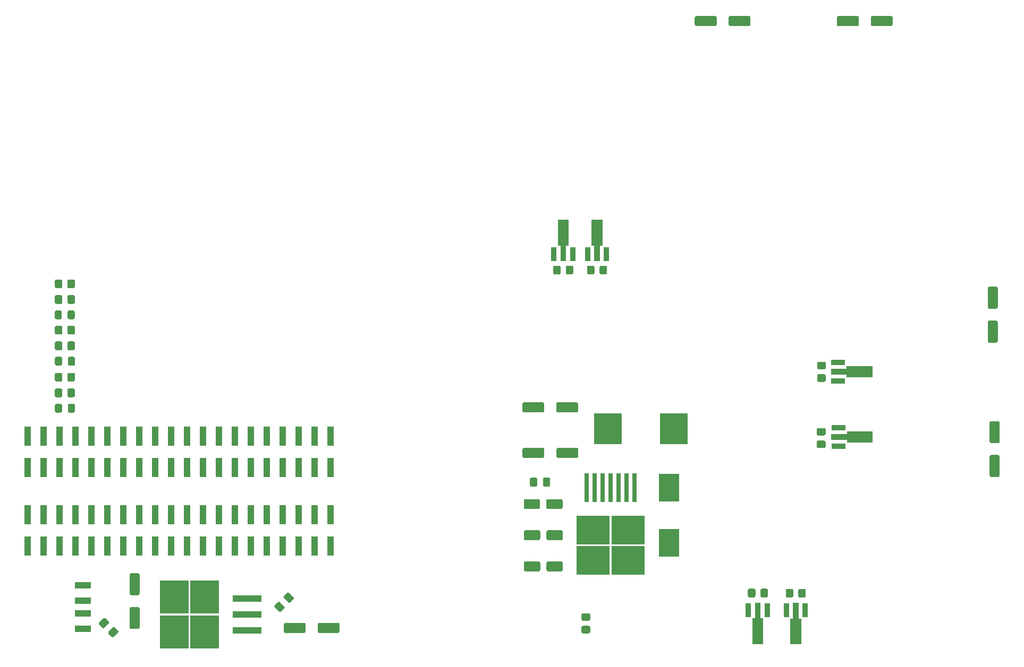
<source format=gbr>
G04 #@! TF.GenerationSoftware,KiCad,Pcbnew,(5.1.9)-1*
G04 #@! TF.CreationDate,2021-08-02T14:53:25+02:00*
G04 #@! TF.ProjectId,TonOfSteppers,546f6e4f-6653-4746-9570-706572732e6b,rev?*
G04 #@! TF.SameCoordinates,Original*
G04 #@! TF.FileFunction,Paste,Top*
G04 #@! TF.FilePolarity,Positive*
%FSLAX46Y46*%
G04 Gerber Fmt 4.6, Leading zero omitted, Abs format (unit mm)*
G04 Created by KiCad (PCBNEW (5.1.9)-1) date 2021-08-02 14:53:25*
%MOMM*%
%LPD*%
G01*
G04 APERTURE LIST*
%ADD10R,3.300000X4.500000*%
%ADD11R,1.000000X3.150000*%
%ADD12R,4.500000X5.000000*%
%ADD13C,0.100000*%
%ADD14R,0.900000X2.300000*%
%ADD15R,2.300000X0.900000*%
%ADD16R,0.800000X4.600000*%
%ADD17R,5.250000X4.550000*%
%ADD18R,2.500000X1.100000*%
%ADD19R,4.600000X1.100000*%
%ADD20R,4.550000X5.250000*%
G04 APERTURE END LIST*
G36*
G01*
X147197000Y-33233000D02*
X147197000Y-32133000D01*
G75*
G02*
X147447000Y-31883000I250000J0D01*
G01*
X150447000Y-31883000D01*
G75*
G02*
X150697000Y-32133000I0J-250000D01*
G01*
X150697000Y-33233000D01*
G75*
G02*
X150447000Y-33483000I-250000J0D01*
G01*
X147447000Y-33483000D01*
G75*
G02*
X147197000Y-33233000I0J250000D01*
G01*
G37*
G36*
G01*
X152597000Y-33233000D02*
X152597000Y-32133000D01*
G75*
G02*
X152847000Y-31883000I250000J0D01*
G01*
X155847000Y-31883000D01*
G75*
G02*
X156097000Y-32133000I0J-250000D01*
G01*
X156097000Y-33233000D01*
G75*
G02*
X155847000Y-33483000I-250000J0D01*
G01*
X152847000Y-33483000D01*
G75*
G02*
X152597000Y-33233000I0J250000D01*
G01*
G37*
G36*
G01*
X129947000Y-33233000D02*
X129947000Y-32133000D01*
G75*
G02*
X130197000Y-31883000I250000J0D01*
G01*
X133197000Y-31883000D01*
G75*
G02*
X133447000Y-32133000I0J-250000D01*
G01*
X133447000Y-33233000D01*
G75*
G02*
X133197000Y-33483000I-250000J0D01*
G01*
X130197000Y-33483000D01*
G75*
G02*
X129947000Y-33233000I0J250000D01*
G01*
G37*
G36*
G01*
X124547000Y-33233000D02*
X124547000Y-32133000D01*
G75*
G02*
X124797000Y-31883000I250000J0D01*
G01*
X127797000Y-31883000D01*
G75*
G02*
X128047000Y-32133000I0J-250000D01*
G01*
X128047000Y-33233000D01*
G75*
G02*
X127797000Y-33483000I-250000J0D01*
G01*
X124797000Y-33483000D01*
G75*
G02*
X124547000Y-33233000I0J250000D01*
G01*
G37*
G36*
G01*
X171472000Y-80488000D02*
X172572000Y-80488000D01*
G75*
G02*
X172822000Y-80738000I0J-250000D01*
G01*
X172822000Y-83738000D01*
G75*
G02*
X172572000Y-83988000I-250000J0D01*
G01*
X171472000Y-83988000D01*
G75*
G02*
X171222000Y-83738000I0J250000D01*
G01*
X171222000Y-80738000D01*
G75*
G02*
X171472000Y-80488000I250000J0D01*
G01*
G37*
G36*
G01*
X171472000Y-75088000D02*
X172572000Y-75088000D01*
G75*
G02*
X172822000Y-75338000I0J-250000D01*
G01*
X172822000Y-78338000D01*
G75*
G02*
X172572000Y-78588000I-250000J0D01*
G01*
X171472000Y-78588000D01*
G75*
G02*
X171222000Y-78338000I0J250000D01*
G01*
X171222000Y-75338000D01*
G75*
G02*
X171472000Y-75088000I250000J0D01*
G01*
G37*
G36*
G01*
X172882000Y-105428000D02*
X171782000Y-105428000D01*
G75*
G02*
X171532000Y-105178000I0J250000D01*
G01*
X171532000Y-102178000D01*
G75*
G02*
X171782000Y-101928000I250000J0D01*
G01*
X172882000Y-101928000D01*
G75*
G02*
X173132000Y-102178000I0J-250000D01*
G01*
X173132000Y-105178000D01*
G75*
G02*
X172882000Y-105428000I-250000J0D01*
G01*
G37*
G36*
G01*
X172882000Y-100028000D02*
X171782000Y-100028000D01*
G75*
G02*
X171532000Y-99778000I0J250000D01*
G01*
X171532000Y-96778000D01*
G75*
G02*
X171782000Y-96528000I250000J0D01*
G01*
X172882000Y-96528000D01*
G75*
G02*
X173132000Y-96778000I0J-250000D01*
G01*
X173132000Y-99778000D01*
G75*
G02*
X172882000Y-100028000I-250000J0D01*
G01*
G37*
G36*
G01*
X103522000Y-119158000D02*
X103522000Y-120258000D01*
G75*
G02*
X103272000Y-120508000I-250000J0D01*
G01*
X101172000Y-120508000D01*
G75*
G02*
X100922000Y-120258000I0J250000D01*
G01*
X100922000Y-119158000D01*
G75*
G02*
X101172000Y-118908000I250000J0D01*
G01*
X103272000Y-118908000D01*
G75*
G02*
X103522000Y-119158000I0J-250000D01*
G01*
G37*
G36*
G01*
X99922000Y-119158000D02*
X99922000Y-120258000D01*
G75*
G02*
X99672000Y-120508000I-250000J0D01*
G01*
X97572000Y-120508000D01*
G75*
G02*
X97322000Y-120258000I0J250000D01*
G01*
X97322000Y-119158000D01*
G75*
G02*
X97572000Y-118908000I250000J0D01*
G01*
X99672000Y-118908000D01*
G75*
G02*
X99922000Y-119158000I0J-250000D01*
G01*
G37*
G36*
G01*
X99922000Y-114183000D02*
X99922000Y-115283000D01*
G75*
G02*
X99672000Y-115533000I-250000J0D01*
G01*
X97572000Y-115533000D01*
G75*
G02*
X97322000Y-115283000I0J250000D01*
G01*
X97322000Y-114183000D01*
G75*
G02*
X97572000Y-113933000I250000J0D01*
G01*
X99672000Y-113933000D01*
G75*
G02*
X99922000Y-114183000I0J-250000D01*
G01*
G37*
G36*
G01*
X103522000Y-114183000D02*
X103522000Y-115283000D01*
G75*
G02*
X103272000Y-115533000I-250000J0D01*
G01*
X101172000Y-115533000D01*
G75*
G02*
X100922000Y-115283000I0J250000D01*
G01*
X100922000Y-114183000D01*
G75*
G02*
X101172000Y-113933000I250000J0D01*
G01*
X103272000Y-113933000D01*
G75*
G02*
X103522000Y-114183000I0J-250000D01*
G01*
G37*
G36*
G01*
X103497000Y-109208000D02*
X103497000Y-110308000D01*
G75*
G02*
X103247000Y-110558000I-250000J0D01*
G01*
X101147000Y-110558000D01*
G75*
G02*
X100897000Y-110308000I0J250000D01*
G01*
X100897000Y-109208000D01*
G75*
G02*
X101147000Y-108958000I250000J0D01*
G01*
X103247000Y-108958000D01*
G75*
G02*
X103497000Y-109208000I0J-250000D01*
G01*
G37*
G36*
G01*
X99897000Y-109208000D02*
X99897000Y-110308000D01*
G75*
G02*
X99647000Y-110558000I-250000J0D01*
G01*
X97547000Y-110558000D01*
G75*
G02*
X97297000Y-110308000I0J250000D01*
G01*
X97297000Y-109208000D01*
G75*
G02*
X97547000Y-108958000I250000J0D01*
G01*
X99647000Y-108958000D01*
G75*
G02*
X99897000Y-109208000I0J-250000D01*
G01*
G37*
G36*
G01*
X99447000Y-105783000D02*
X99447000Y-106733000D01*
G75*
G02*
X99197000Y-106983000I-250000J0D01*
G01*
X98522000Y-106983000D01*
G75*
G02*
X98272000Y-106733000I0J250000D01*
G01*
X98272000Y-105783000D01*
G75*
G02*
X98522000Y-105533000I250000J0D01*
G01*
X99197000Y-105533000D01*
G75*
G02*
X99447000Y-105783000I0J-250000D01*
G01*
G37*
G36*
G01*
X101522000Y-105783000D02*
X101522000Y-106733000D01*
G75*
G02*
X101272000Y-106983000I-250000J0D01*
G01*
X100597000Y-106983000D01*
G75*
G02*
X100347000Y-106733000I0J250000D01*
G01*
X100347000Y-105783000D01*
G75*
G02*
X100597000Y-105533000I250000J0D01*
G01*
X101272000Y-105533000D01*
G75*
G02*
X101522000Y-105783000I0J-250000D01*
G01*
G37*
G36*
G01*
X105997000Y-101033000D02*
X105997000Y-102133000D01*
G75*
G02*
X105747000Y-102383000I-250000J0D01*
G01*
X102747000Y-102383000D01*
G75*
G02*
X102497000Y-102133000I0J250000D01*
G01*
X102497000Y-101033000D01*
G75*
G02*
X102747000Y-100783000I250000J0D01*
G01*
X105747000Y-100783000D01*
G75*
G02*
X105997000Y-101033000I0J-250000D01*
G01*
G37*
G36*
G01*
X100597000Y-101033000D02*
X100597000Y-102133000D01*
G75*
G02*
X100347000Y-102383000I-250000J0D01*
G01*
X97347000Y-102383000D01*
G75*
G02*
X97097000Y-102133000I0J250000D01*
G01*
X97097000Y-101033000D01*
G75*
G02*
X97347000Y-100783000I250000J0D01*
G01*
X100347000Y-100783000D01*
G75*
G02*
X100597000Y-101033000I0J-250000D01*
G01*
G37*
G36*
G01*
X100572000Y-93783000D02*
X100572000Y-94883000D01*
G75*
G02*
X100322000Y-95133000I-250000J0D01*
G01*
X97322000Y-95133000D01*
G75*
G02*
X97072000Y-94883000I0J250000D01*
G01*
X97072000Y-93783000D01*
G75*
G02*
X97322000Y-93533000I250000J0D01*
G01*
X100322000Y-93533000D01*
G75*
G02*
X100572000Y-93783000I0J-250000D01*
G01*
G37*
G36*
G01*
X105972000Y-93783000D02*
X105972000Y-94883000D01*
G75*
G02*
X105722000Y-95133000I-250000J0D01*
G01*
X102722000Y-95133000D01*
G75*
G02*
X102472000Y-94883000I0J250000D01*
G01*
X102472000Y-93783000D01*
G75*
G02*
X102722000Y-93533000I250000J0D01*
G01*
X105722000Y-93533000D01*
G75*
G02*
X105972000Y-93783000I0J-250000D01*
G01*
G37*
D10*
X120447000Y-107108000D03*
X120447000Y-115908000D03*
D11*
X66502000Y-111434000D03*
X66502000Y-116484000D03*
X63962000Y-111434000D03*
X63962000Y-116484000D03*
X61422000Y-111434000D03*
X61422000Y-116484000D03*
X58882000Y-111434000D03*
X58882000Y-116484000D03*
X56342000Y-111434000D03*
X56342000Y-116484000D03*
X53802000Y-111434000D03*
X53802000Y-116484000D03*
X51262000Y-111434000D03*
X51262000Y-116484000D03*
X48722000Y-111434000D03*
X48722000Y-116484000D03*
X46182000Y-111434000D03*
X46182000Y-116484000D03*
X43642000Y-111434000D03*
X43642000Y-116484000D03*
X41102000Y-111434000D03*
X41102000Y-116484000D03*
X38562000Y-111434000D03*
X38562000Y-116484000D03*
X36022000Y-111434000D03*
X36022000Y-116484000D03*
X33482000Y-111434000D03*
X33482000Y-116484000D03*
X30942000Y-111434000D03*
X30942000Y-116484000D03*
X28402000Y-111434000D03*
X28402000Y-116484000D03*
X25862000Y-111434000D03*
X25862000Y-116484000D03*
X23322000Y-111434000D03*
X23322000Y-116484000D03*
X20782000Y-111434000D03*
X20782000Y-116484000D03*
X18242000Y-111434000D03*
X18242000Y-116484000D03*
X18242000Y-103959000D03*
X18242000Y-98909000D03*
X20782000Y-103959000D03*
X20782000Y-98909000D03*
X23322000Y-103959000D03*
X23322000Y-98909000D03*
X25862000Y-103959000D03*
X25862000Y-98909000D03*
X28402000Y-103959000D03*
X28402000Y-98909000D03*
X30942000Y-103959000D03*
X30942000Y-98909000D03*
X33482000Y-103959000D03*
X33482000Y-98909000D03*
X36022000Y-103959000D03*
X36022000Y-98909000D03*
X38562000Y-103959000D03*
X38562000Y-98909000D03*
X41102000Y-103959000D03*
X41102000Y-98909000D03*
X43642000Y-103959000D03*
X43642000Y-98909000D03*
X46182000Y-103959000D03*
X46182000Y-98909000D03*
X48722000Y-103959000D03*
X48722000Y-98909000D03*
X51262000Y-103959000D03*
X51262000Y-98909000D03*
X53802000Y-103959000D03*
X53802000Y-98909000D03*
X56342000Y-103959000D03*
X56342000Y-98909000D03*
X58882000Y-103959000D03*
X58882000Y-98909000D03*
X61422000Y-103959000D03*
X61422000Y-98909000D03*
X63962000Y-103959000D03*
X63962000Y-98909000D03*
X66502000Y-103959000D03*
X66502000Y-98909000D03*
D12*
X110747000Y-97758000D03*
X121247000Y-97758000D03*
D13*
G36*
X104458500Y-64408000D02*
G01*
X104458500Y-68533000D01*
X104042000Y-68533000D01*
X104042000Y-71008000D01*
X103142000Y-71008000D01*
X103142000Y-68533000D01*
X102725500Y-68533000D01*
X102725500Y-64408000D01*
X104458500Y-64408000D01*
G37*
D14*
X105092000Y-69858000D03*
X102092000Y-69858000D03*
X107472000Y-69858000D03*
X110472000Y-69858000D03*
D13*
G36*
X109838500Y-64408000D02*
G01*
X109838500Y-68533000D01*
X109422000Y-68533000D01*
X109422000Y-71008000D01*
X108522000Y-71008000D01*
X108522000Y-68533000D01*
X108105500Y-68533000D01*
X108105500Y-64408000D01*
X109838500Y-64408000D01*
G37*
D14*
X136092000Y-126668000D03*
X133092000Y-126668000D03*
D13*
G36*
X133725500Y-132118000D02*
G01*
X133725500Y-127993000D01*
X134142000Y-127993000D01*
X134142000Y-125518000D01*
X135042000Y-125518000D01*
X135042000Y-127993000D01*
X135458500Y-127993000D01*
X135458500Y-132118000D01*
X133725500Y-132118000D01*
G37*
G36*
X139775500Y-132138000D02*
G01*
X139775500Y-128013000D01*
X140192000Y-128013000D01*
X140192000Y-125538000D01*
X141092000Y-125538000D01*
X141092000Y-128013000D01*
X141508500Y-128013000D01*
X141508500Y-132138000D01*
X139775500Y-132138000D01*
G37*
D14*
X139142000Y-126688000D03*
X142142000Y-126688000D03*
D15*
X147456000Y-97560000D03*
X147456000Y-100560000D03*
D13*
G36*
X152906000Y-99926500D02*
G01*
X148781000Y-99926500D01*
X148781000Y-99510000D01*
X146306000Y-99510000D01*
X146306000Y-98610000D01*
X148781000Y-98610000D01*
X148781000Y-98193500D01*
X152906000Y-98193500D01*
X152906000Y-99926500D01*
G37*
G36*
X152852000Y-89514500D02*
G01*
X148727000Y-89514500D01*
X148727000Y-89098000D01*
X146252000Y-89098000D01*
X146252000Y-88198000D01*
X148727000Y-88198000D01*
X148727000Y-87781500D01*
X152852000Y-87781500D01*
X152852000Y-89514500D01*
G37*
D15*
X147402000Y-90148000D03*
X147402000Y-87148000D03*
G36*
G01*
X103192000Y-71957999D02*
X103192000Y-72858001D01*
G75*
G02*
X102942001Y-73108000I-249999J0D01*
G01*
X102241999Y-73108000D01*
G75*
G02*
X101992000Y-72858001I0J249999D01*
G01*
X101992000Y-71957999D01*
G75*
G02*
X102241999Y-71708000I249999J0D01*
G01*
X102942001Y-71708000D01*
G75*
G02*
X103192000Y-71957999I0J-249999D01*
G01*
G37*
G36*
G01*
X105192000Y-71957999D02*
X105192000Y-72858001D01*
G75*
G02*
X104942001Y-73108000I-249999J0D01*
G01*
X104241999Y-73108000D01*
G75*
G02*
X103992000Y-72858001I0J249999D01*
G01*
X103992000Y-71957999D01*
G75*
G02*
X104241999Y-71708000I249999J0D01*
G01*
X104942001Y-71708000D01*
G75*
G02*
X105192000Y-71957999I0J-249999D01*
G01*
G37*
G36*
G01*
X110572000Y-71957999D02*
X110572000Y-72858001D01*
G75*
G02*
X110322001Y-73108000I-249999J0D01*
G01*
X109621999Y-73108000D01*
G75*
G02*
X109372000Y-72858001I0J249999D01*
G01*
X109372000Y-71957999D01*
G75*
G02*
X109621999Y-71708000I249999J0D01*
G01*
X110322001Y-71708000D01*
G75*
G02*
X110572000Y-71957999I0J-249999D01*
G01*
G37*
G36*
G01*
X108572000Y-71957999D02*
X108572000Y-72858001D01*
G75*
G02*
X108322001Y-73108000I-249999J0D01*
G01*
X107621999Y-73108000D01*
G75*
G02*
X107372000Y-72858001I0J249999D01*
G01*
X107372000Y-71957999D01*
G75*
G02*
X107621999Y-71708000I249999J0D01*
G01*
X108322001Y-71708000D01*
G75*
G02*
X108572000Y-71957999I0J-249999D01*
G01*
G37*
G36*
G01*
X133022000Y-124408001D02*
X133022000Y-123507999D01*
G75*
G02*
X133271999Y-123258000I249999J0D01*
G01*
X133972001Y-123258000D01*
G75*
G02*
X134222000Y-123507999I0J-249999D01*
G01*
X134222000Y-124408001D01*
G75*
G02*
X133972001Y-124658000I-249999J0D01*
G01*
X133271999Y-124658000D01*
G75*
G02*
X133022000Y-124408001I0J249999D01*
G01*
G37*
G36*
G01*
X135022000Y-124408001D02*
X135022000Y-123507999D01*
G75*
G02*
X135271999Y-123258000I249999J0D01*
G01*
X135972001Y-123258000D01*
G75*
G02*
X136222000Y-123507999I0J-249999D01*
G01*
X136222000Y-124408001D01*
G75*
G02*
X135972001Y-124658000I-249999J0D01*
G01*
X135271999Y-124658000D01*
G75*
G02*
X135022000Y-124408001I0J249999D01*
G01*
G37*
G36*
G01*
X141042000Y-124428001D02*
X141042000Y-123527999D01*
G75*
G02*
X141291999Y-123278000I249999J0D01*
G01*
X141992001Y-123278000D01*
G75*
G02*
X142242000Y-123527999I0J-249999D01*
G01*
X142242000Y-124428001D01*
G75*
G02*
X141992001Y-124678000I-249999J0D01*
G01*
X141291999Y-124678000D01*
G75*
G02*
X141042000Y-124428001I0J249999D01*
G01*
G37*
G36*
G01*
X139042000Y-124428001D02*
X139042000Y-123527999D01*
G75*
G02*
X139291999Y-123278000I249999J0D01*
G01*
X139992001Y-123278000D01*
G75*
G02*
X140242000Y-123527999I0J-249999D01*
G01*
X140242000Y-124428001D01*
G75*
G02*
X139992001Y-124678000I-249999J0D01*
G01*
X139291999Y-124678000D01*
G75*
G02*
X139042000Y-124428001I0J249999D01*
G01*
G37*
G36*
G01*
X145142001Y-100818000D02*
X144241999Y-100818000D01*
G75*
G02*
X143992000Y-100568001I0J249999D01*
G01*
X143992000Y-99867999D01*
G75*
G02*
X144241999Y-99618000I249999J0D01*
G01*
X145142001Y-99618000D01*
G75*
G02*
X145392000Y-99867999I0J-249999D01*
G01*
X145392000Y-100568001D01*
G75*
G02*
X145142001Y-100818000I-249999J0D01*
G01*
G37*
G36*
G01*
X145142001Y-98818000D02*
X144241999Y-98818000D01*
G75*
G02*
X143992000Y-98568001I0J249999D01*
G01*
X143992000Y-97867999D01*
G75*
G02*
X144241999Y-97618000I249999J0D01*
G01*
X145142001Y-97618000D01*
G75*
G02*
X145392000Y-97867999I0J-249999D01*
G01*
X145392000Y-98568001D01*
G75*
G02*
X145142001Y-98818000I-249999J0D01*
G01*
G37*
G36*
G01*
X145192001Y-88248000D02*
X144291999Y-88248000D01*
G75*
G02*
X144042000Y-87998001I0J249999D01*
G01*
X144042000Y-87297999D01*
G75*
G02*
X144291999Y-87048000I249999J0D01*
G01*
X145192001Y-87048000D01*
G75*
G02*
X145442000Y-87297999I0J-249999D01*
G01*
X145442000Y-87998001D01*
G75*
G02*
X145192001Y-88248000I-249999J0D01*
G01*
G37*
G36*
G01*
X145192001Y-90248000D02*
X144291999Y-90248000D01*
G75*
G02*
X144042000Y-89998001I0J249999D01*
G01*
X144042000Y-89297999D01*
G75*
G02*
X144291999Y-89048000I249999J0D01*
G01*
X145192001Y-89048000D01*
G75*
G02*
X145442000Y-89297999I0J-249999D01*
G01*
X145442000Y-89998001D01*
G75*
G02*
X145192001Y-90248000I-249999J0D01*
G01*
G37*
G36*
G01*
X106737999Y-129178000D02*
X107638001Y-129178000D01*
G75*
G02*
X107888000Y-129427999I0J-249999D01*
G01*
X107888000Y-130128001D01*
G75*
G02*
X107638001Y-130378000I-249999J0D01*
G01*
X106737999Y-130378000D01*
G75*
G02*
X106488000Y-130128001I0J249999D01*
G01*
X106488000Y-129427999D01*
G75*
G02*
X106737999Y-129178000I249999J0D01*
G01*
G37*
G36*
G01*
X106737999Y-127178000D02*
X107638001Y-127178000D01*
G75*
G02*
X107888000Y-127427999I0J-249999D01*
G01*
X107888000Y-128128001D01*
G75*
G02*
X107638001Y-128378000I-249999J0D01*
G01*
X106737999Y-128378000D01*
G75*
G02*
X106488000Y-128128001I0J249999D01*
G01*
X106488000Y-127427999D01*
G75*
G02*
X106737999Y-127178000I249999J0D01*
G01*
G37*
D16*
X114932000Y-107158000D03*
X113662000Y-107158000D03*
X112392000Y-107158000D03*
X111122000Y-107158000D03*
X109852000Y-107158000D03*
X108582000Y-107158000D03*
X107312000Y-107158000D03*
D17*
X108347000Y-118733000D03*
X113897000Y-113883000D03*
X113897000Y-118733000D03*
X108347000Y-113883000D03*
G36*
G01*
X25767000Y-79114999D02*
X25767000Y-80015001D01*
G75*
G02*
X25517001Y-80265000I-249999J0D01*
G01*
X24866999Y-80265000D01*
G75*
G02*
X24617000Y-80015001I0J249999D01*
G01*
X24617000Y-79114999D01*
G75*
G02*
X24866999Y-78865000I249999J0D01*
G01*
X25517001Y-78865000D01*
G75*
G02*
X25767000Y-79114999I0J-249999D01*
G01*
G37*
G36*
G01*
X23717000Y-79114999D02*
X23717000Y-80015001D01*
G75*
G02*
X23467001Y-80265000I-249999J0D01*
G01*
X22816999Y-80265000D01*
G75*
G02*
X22567000Y-80015001I0J249999D01*
G01*
X22567000Y-79114999D01*
G75*
G02*
X22816999Y-78865000I249999J0D01*
G01*
X23467001Y-78865000D01*
G75*
G02*
X23717000Y-79114999I0J-249999D01*
G01*
G37*
G36*
G01*
X25812000Y-86514999D02*
X25812000Y-87415001D01*
G75*
G02*
X25562001Y-87665000I-249999J0D01*
G01*
X24911999Y-87665000D01*
G75*
G02*
X24662000Y-87415001I0J249999D01*
G01*
X24662000Y-86514999D01*
G75*
G02*
X24911999Y-86265000I249999J0D01*
G01*
X25562001Y-86265000D01*
G75*
G02*
X25812000Y-86514999I0J-249999D01*
G01*
G37*
G36*
G01*
X23762000Y-86514999D02*
X23762000Y-87415001D01*
G75*
G02*
X23512001Y-87665000I-249999J0D01*
G01*
X22861999Y-87665000D01*
G75*
G02*
X22612000Y-87415001I0J249999D01*
G01*
X22612000Y-86514999D01*
G75*
G02*
X22861999Y-86265000I249999J0D01*
G01*
X23512001Y-86265000D01*
G75*
G02*
X23762000Y-86514999I0J-249999D01*
G01*
G37*
G36*
G01*
X23762000Y-94009999D02*
X23762000Y-94910001D01*
G75*
G02*
X23512001Y-95160000I-249999J0D01*
G01*
X22861999Y-95160000D01*
G75*
G02*
X22612000Y-94910001I0J249999D01*
G01*
X22612000Y-94009999D01*
G75*
G02*
X22861999Y-93760000I249999J0D01*
G01*
X23512001Y-93760000D01*
G75*
G02*
X23762000Y-94009999I0J-249999D01*
G01*
G37*
G36*
G01*
X25812000Y-94009999D02*
X25812000Y-94910001D01*
G75*
G02*
X25562001Y-95160000I-249999J0D01*
G01*
X24911999Y-95160000D01*
G75*
G02*
X24662000Y-94910001I0J249999D01*
G01*
X24662000Y-94009999D01*
G75*
G02*
X24911999Y-93760000I249999J0D01*
G01*
X25562001Y-93760000D01*
G75*
G02*
X25812000Y-94009999I0J-249999D01*
G01*
G37*
G36*
G01*
X24589500Y-77560001D02*
X24589500Y-76659999D01*
G75*
G02*
X24839499Y-76410000I249999J0D01*
G01*
X25539501Y-76410000D01*
G75*
G02*
X25789500Y-76659999I0J-249999D01*
G01*
X25789500Y-77560001D01*
G75*
G02*
X25539501Y-77810000I-249999J0D01*
G01*
X24839499Y-77810000D01*
G75*
G02*
X24589500Y-77560001I0J249999D01*
G01*
G37*
G36*
G01*
X22589500Y-77560001D02*
X22589500Y-76659999D01*
G75*
G02*
X22839499Y-76410000I249999J0D01*
G01*
X23539501Y-76410000D01*
G75*
G02*
X23789500Y-76659999I0J-249999D01*
G01*
X23789500Y-77560001D01*
G75*
G02*
X23539501Y-77810000I-249999J0D01*
G01*
X22839499Y-77810000D01*
G75*
G02*
X22589500Y-77560001I0J249999D01*
G01*
G37*
G36*
G01*
X25789500Y-74159999D02*
X25789500Y-75060001D01*
G75*
G02*
X25539501Y-75310000I-249999J0D01*
G01*
X24839499Y-75310000D01*
G75*
G02*
X24589500Y-75060001I0J249999D01*
G01*
X24589500Y-74159999D01*
G75*
G02*
X24839499Y-73910000I249999J0D01*
G01*
X25539501Y-73910000D01*
G75*
G02*
X25789500Y-74159999I0J-249999D01*
G01*
G37*
G36*
G01*
X23789500Y-74159999D02*
X23789500Y-75060001D01*
G75*
G02*
X23539501Y-75310000I-249999J0D01*
G01*
X22839499Y-75310000D01*
G75*
G02*
X22589500Y-75060001I0J249999D01*
G01*
X22589500Y-74159999D01*
G75*
G02*
X22839499Y-73910000I249999J0D01*
G01*
X23539501Y-73910000D01*
G75*
G02*
X23789500Y-74159999I0J-249999D01*
G01*
G37*
G36*
G01*
X24589500Y-84960001D02*
X24589500Y-84059999D01*
G75*
G02*
X24839499Y-83810000I249999J0D01*
G01*
X25539501Y-83810000D01*
G75*
G02*
X25789500Y-84059999I0J-249999D01*
G01*
X25789500Y-84960001D01*
G75*
G02*
X25539501Y-85210000I-249999J0D01*
G01*
X24839499Y-85210000D01*
G75*
G02*
X24589500Y-84960001I0J249999D01*
G01*
G37*
G36*
G01*
X22589500Y-84960001D02*
X22589500Y-84059999D01*
G75*
G02*
X22839499Y-83810000I249999J0D01*
G01*
X23539501Y-83810000D01*
G75*
G02*
X23789500Y-84059999I0J-249999D01*
G01*
X23789500Y-84960001D01*
G75*
G02*
X23539501Y-85210000I-249999J0D01*
G01*
X22839499Y-85210000D01*
G75*
G02*
X22589500Y-84960001I0J249999D01*
G01*
G37*
G36*
G01*
X25789500Y-81559999D02*
X25789500Y-82460001D01*
G75*
G02*
X25539501Y-82710000I-249999J0D01*
G01*
X24839499Y-82710000D01*
G75*
G02*
X24589500Y-82460001I0J249999D01*
G01*
X24589500Y-81559999D01*
G75*
G02*
X24839499Y-81310000I249999J0D01*
G01*
X25539501Y-81310000D01*
G75*
G02*
X25789500Y-81559999I0J-249999D01*
G01*
G37*
G36*
G01*
X23789500Y-81559999D02*
X23789500Y-82460001D01*
G75*
G02*
X23539501Y-82710000I-249999J0D01*
G01*
X22839499Y-82710000D01*
G75*
G02*
X22589500Y-82460001I0J249999D01*
G01*
X22589500Y-81559999D01*
G75*
G02*
X22839499Y-81310000I249999J0D01*
G01*
X23539501Y-81310000D01*
G75*
G02*
X23789500Y-81559999I0J-249999D01*
G01*
G37*
G36*
G01*
X22589500Y-92460001D02*
X22589500Y-91559999D01*
G75*
G02*
X22839499Y-91310000I249999J0D01*
G01*
X23539501Y-91310000D01*
G75*
G02*
X23789500Y-91559999I0J-249999D01*
G01*
X23789500Y-92460001D01*
G75*
G02*
X23539501Y-92710000I-249999J0D01*
G01*
X22839499Y-92710000D01*
G75*
G02*
X22589500Y-92460001I0J249999D01*
G01*
G37*
G36*
G01*
X24589500Y-92460001D02*
X24589500Y-91559999D01*
G75*
G02*
X24839499Y-91310000I249999J0D01*
G01*
X25539501Y-91310000D01*
G75*
G02*
X25789500Y-91559999I0J-249999D01*
G01*
X25789500Y-92460001D01*
G75*
G02*
X25539501Y-92710000I-249999J0D01*
G01*
X24839499Y-92710000D01*
G75*
G02*
X24589500Y-92460001I0J249999D01*
G01*
G37*
G36*
G01*
X23789500Y-89059999D02*
X23789500Y-89960001D01*
G75*
G02*
X23539501Y-90210000I-249999J0D01*
G01*
X22839499Y-90210000D01*
G75*
G02*
X22589500Y-89960001I0J249999D01*
G01*
X22589500Y-89059999D01*
G75*
G02*
X22839499Y-88810000I249999J0D01*
G01*
X23539501Y-88810000D01*
G75*
G02*
X23789500Y-89059999I0J-249999D01*
G01*
G37*
G36*
G01*
X25789500Y-89059999D02*
X25789500Y-89960001D01*
G75*
G02*
X25539501Y-90210000I-249999J0D01*
G01*
X24839499Y-90210000D01*
G75*
G02*
X24589500Y-89960001I0J249999D01*
G01*
X24589500Y-89059999D01*
G75*
G02*
X24839499Y-88810000I249999J0D01*
G01*
X25539501Y-88810000D01*
G75*
G02*
X25789500Y-89059999I0J-249999D01*
G01*
G37*
G36*
G01*
X59072000Y-130068000D02*
X59072000Y-128968000D01*
G75*
G02*
X59322000Y-128718000I250000J0D01*
G01*
X62322000Y-128718000D01*
G75*
G02*
X62572000Y-128968000I0J-250000D01*
G01*
X62572000Y-130068000D01*
G75*
G02*
X62322000Y-130318000I-250000J0D01*
G01*
X59322000Y-130318000D01*
G75*
G02*
X59072000Y-130068000I0J250000D01*
G01*
G37*
G36*
G01*
X64472000Y-130068000D02*
X64472000Y-128968000D01*
G75*
G02*
X64722000Y-128718000I250000J0D01*
G01*
X67722000Y-128718000D01*
G75*
G02*
X67972000Y-128968000I0J-250000D01*
G01*
X67972000Y-130068000D01*
G75*
G02*
X67722000Y-130318000I-250000J0D01*
G01*
X64722000Y-130318000D01*
G75*
G02*
X64472000Y-130068000I0J250000D01*
G01*
G37*
G36*
G01*
X59935173Y-123943076D02*
X60606924Y-124614827D01*
G75*
G02*
X60606924Y-124968381I-176777J-176777D01*
G01*
X60129627Y-125445678D01*
G75*
G02*
X59776073Y-125445678I-176777J176777D01*
G01*
X59104322Y-124773927D01*
G75*
G02*
X59104322Y-124420373I176777J176777D01*
G01*
X59581619Y-123943076D01*
G75*
G02*
X59935173Y-123943076I176777J-176777D01*
G01*
G37*
G36*
G01*
X58467927Y-125410322D02*
X59139678Y-126082073D01*
G75*
G02*
X59139678Y-126435627I-176777J-176777D01*
G01*
X58662381Y-126912924D01*
G75*
G02*
X58308827Y-126912924I-176777J176777D01*
G01*
X57637076Y-126241173D01*
G75*
G02*
X57637076Y-125887619I176777J176777D01*
G01*
X58114373Y-125410322D01*
G75*
G02*
X58467927Y-125410322I176777J-176777D01*
G01*
G37*
G36*
G01*
X31155740Y-130122282D02*
X31815666Y-129438909D01*
G75*
G02*
X32169166Y-129432739I179835J-173665D01*
G01*
X32654720Y-129901634D01*
G75*
G02*
X32660890Y-130255134I-173665J-179835D01*
G01*
X32000964Y-130938507D01*
G75*
G02*
X31647464Y-130944677I-179835J173665D01*
G01*
X31161910Y-130475782D01*
G75*
G02*
X31155740Y-130122282I173665J179835D01*
G01*
G37*
G36*
G01*
X29663110Y-128680866D02*
X30323036Y-127997493D01*
G75*
G02*
X30676536Y-127991323I179835J-173665D01*
G01*
X31162090Y-128460218D01*
G75*
G02*
X31168260Y-128813718I-173665J-179835D01*
G01*
X30508334Y-129497091D01*
G75*
G02*
X30154834Y-129503261I-179835J173665D01*
G01*
X29669280Y-129034366D01*
G75*
G02*
X29663110Y-128680866I173665J179835D01*
G01*
G37*
G36*
G01*
X35852000Y-124288000D02*
X34752000Y-124288000D01*
G75*
G02*
X34502000Y-124038000I0J250000D01*
G01*
X34502000Y-121038000D01*
G75*
G02*
X34752000Y-120788000I250000J0D01*
G01*
X35852000Y-120788000D01*
G75*
G02*
X36102000Y-121038000I0J-250000D01*
G01*
X36102000Y-124038000D01*
G75*
G02*
X35852000Y-124288000I-250000J0D01*
G01*
G37*
G36*
G01*
X35852000Y-129688000D02*
X34752000Y-129688000D01*
G75*
G02*
X34502000Y-129438000I0J250000D01*
G01*
X34502000Y-126438000D01*
G75*
G02*
X34752000Y-126188000I250000J0D01*
G01*
X35852000Y-126188000D01*
G75*
G02*
X36102000Y-126438000I0J-250000D01*
G01*
X36102000Y-129438000D01*
G75*
G02*
X35852000Y-129688000I-250000J0D01*
G01*
G37*
D18*
X27092000Y-127188000D03*
X27092000Y-125188000D03*
X27092000Y-129688000D03*
X27092000Y-122688000D03*
D19*
X53187000Y-129928000D03*
X53187000Y-127388000D03*
X53187000Y-124848000D03*
D20*
X41612000Y-124613000D03*
X46462000Y-130163000D03*
X41612000Y-130163000D03*
X46462000Y-124613000D03*
M02*

</source>
